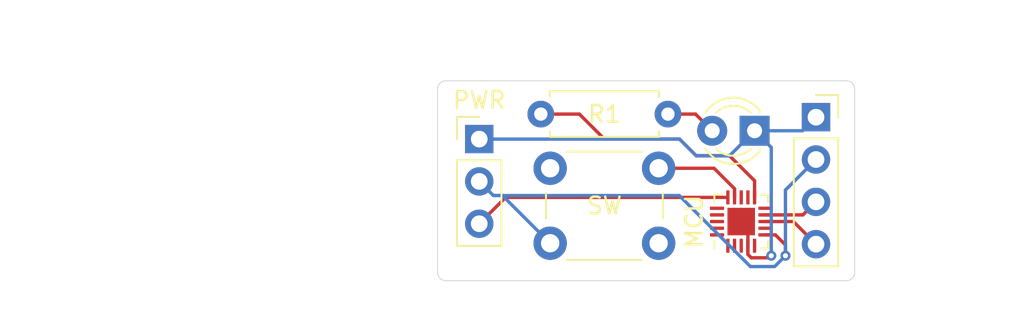
<source format=kicad_pcb>
(kicad_pcb (version 20240108) (generator "pcbnew") (generator_version "8.0")
  (layers (0 "F.Cu" signal) (31 "B.Cu" signal) (34 "B.Paste" user) (35 "F.Paste" user) (36 "B.SilkS" user "B.Silkscreen") (37 "F.SilkS" user "F.Silkscreen") (38 "B.Mask" user) (39 "F.Mask" user) (44 "Edge.Cuts" user))
  (net 0 "")
  (net 1 "SCL")
  (net 2 "SDA")
  (net 3 "GND")
  (net 4 "VCC")
  (net 5 "DBG")
  (footprint "Package_DFN_QFN:QFN-20-1EP_3x3mm_P0.4mm_EP1.65x1.65mm" (layer "F.Cu") (at 118.2 97.45 90)
    (property "Reference" "MCU" (at 0 -2.82 90) (layer "F.SilkS"))
    (property "Value" "CH32V003" (hide yes))
    (fp_line (start 1.61 -1.61) (end 1.61 -1.16) (stroke (width 0.12)) (layer "F.SilkS"))
    (fp_line (start 1.16 -1.61) (end 1.61 -1.61) (stroke (width 0.12)) (layer "F.SilkS"))
    (fp_line (start -1.16 -1.61) (end -1.61 -1.61) (stroke (width 0.12)) (layer "F.SilkS"))
    (fp_line (start 1.61 1.61) (end 1.61 1.16) (stroke (width 0.12)) (layer "F.SilkS"))
    (fp_line (start 1.16 1.61) (end 1.61 1.61) (stroke (width 0.12)) (layer "F.SilkS"))
    (fp_line (start -1.16 1.61) (end -1.61 1.61) (stroke (width 0.12)) (layer "F.SilkS"))
    (fp_line (start -1.61 1.61) (end -1.61 1.16) (stroke (width 0.12)) (layer "F.SilkS"))
    (pad "1" smd roundrect (at -1.45 -0.8 90) (size 0.85 0.2) (layers "F.Cu" "F.Paste" "F.Mask"))
    (pad "2" smd roundrect (at -1.45 -0.4 90) (size 0.85 0.2) (layers "F.Cu" "F.Paste" "F.Mask"))
    (pad "3" smd roundrect (at -1.45 0 90) (size 0.85 0.2) (layers "F.Cu" "F.Paste" "F.Mask"))
    (pad "4" smd roundrect (at -1.45 0.4 90) (size 0.85 0.2) (layers "F.Cu" "F.Paste" "F.Mask") (net 3 "GND"))
    (pad "5" smd roundrect (at -1.45 0.8 90) (size 0.85 0.2) (layers "F.Cu" "F.Paste" "F.Mask"))
    (pad "6" smd roundrect (at -0.8 1.45 90) (size 0.2 0.85) (layers "F.Cu" "F.Paste" "F.Mask") (net 4 "VCC"))
    (pad "7" smd roundrect (at -0.4 1.45 90) (size 0.2 0.85) (layers "F.Cu" "F.Paste" "F.Mask"))
    (pad "8" smd roundrect (at 0 1.45 90) (size 0.2 0.85) (layers "F.Cu" "F.Paste" "F.Mask") (net 2 "SDA"))
    (pad "9" smd roundrect (at 0.4 1.45 90) (size 0.2 0.85) (layers "F.Cu" "F.Paste" "F.Mask") (net 1 "SCL"))
    (pad "10" smd roundrect (at 0.8 1.45 90) (size 0.2 0.85) (layers "F.Cu" "F.Paste" "F.Mask"))
    (pad "11" smd roundrect (at 1.45 0.8 90) (size 0.85 0.2) (layers "F.Cu" "F.Paste" "F.Mask"))
    (pad "12" smd roundrect (at 1.45 0.4 90) (size 0.85 0.2) (layers "F.Cu" "F.Paste" "F.Mask"))
    (pad "13" smd roundrect (at 1.45 0 90) (size 0.85 0.2) (layers "F.Cu" "F.Paste" "F.Mask"))
    (pad "14" smd roundrect (at 1.45 -0.4 90) (size 0.85 0.2) (layers "F.Cu" "F.Paste" "F.Mask"))
    (pad "15" smd roundrect (at 1.45 -0.8 90) (size 0.85 0.2) (layers "F.Cu" "F.Paste" "F.Mask") (net 5 "DBG"))
    (pad "16" smd roundrect (at 0.8 -1.45 90) (size 0.2 0.85) (layers "F.Cu" "F.Paste" "F.Mask"))
    (pad "17" smd roundrect (at 0.4 -1.45 90) (size 0.2 0.85) (layers "F.Cu" "F.Paste" "F.Mask"))
    (pad "18" smd roundrect (at 0 -1.45 90) (size 0.2 0.85) (layers "F.Cu" "F.Paste" "F.Mask"))
    (pad "19" smd roundrect (at -0.4 -1.45 90) (size 0.2 0.85) (layers "F.Cu" "F.Paste" "F.Mask"))
    (pad "20" smd roundrect (at -0.8 -1.45 90) (size 0.2 0.85) (layers "F.Cu" "F.Paste" "F.Mask"))
    (pad "21" smd rect (at 0 0 90) (size 1.65 1.65) (layers "F.Cu" "F.Mask") (net 3 "GND"))
  )
  (footprint "Button_Switch_THT:SW_PUSH_6mm" (layer "F.Cu") (at 106.75 94.25)
    (property "Reference" "SW" (at 3.25 2.25 0) (layer "F.SilkS"))
    (property "Value" "SW_PUSH_6mm")
    (fp_line (start -0.25 1.5) (end -0.25 3) (stroke (width 0.12)) (layer "F.SilkS"))
    (fp_line (start 1 5.5) (end 5.5 5.5) (stroke (width 0.12)) (layer "F.SilkS"))
    (fp_line (start 5.5 -1) (end 1 -1) (stroke (width 0.12)) (layer "F.SilkS"))
    (fp_line (start 6.75 3) (end 6.75 1.5) (stroke (width 0.12)) (layer "F.SilkS"))
    (pad "1" thru_hole circle (at 0 0 90) (size 2 2) (drill 1.1) (layers "*.Cu" "*.Mask"))
    (pad "1" thru_hole circle (at 6.5 0 90) (size 2 2) (drill 1.1) (layers "*.Cu" "*.Mask"))
    (pad "2" thru_hole circle (at 0 4.5 90) (size 2 2) (drill 1.1) (layers "*.Cu" "*.Mask") (net 4 "VCC"))
    (pad "2" thru_hole circle (at 6.5 4.5 90) (size 2 2) (drill 1.1) (layers "*.Cu" "*.Mask"))
  )
  (footprint "Connector_PinSocket_2.54mm:PinSocket_1x04_P2.54mm_Vertical" (layer "F.Cu") (at 122.682 91.186)
    (property "Reference" "OLED" (hide yes))
    (property "Value" "display" (hide yes))
    (fp_line (start -1.33 1.27) (end -1.33 8.95) (stroke (width 0.12)) (layer "F.SilkS"))
    (fp_line (start -1.33 1.27) (end 1.33 1.27) (stroke (width 0.12)) (layer "F.SilkS"))
    (fp_line (start -1.33 8.95) (end 1.33 8.95) (stroke (width 0.12)) (layer "F.SilkS"))
    (fp_line (start 0 -1.33) (end 1.33 -1.33) (stroke (width 0.12)) (layer "F.SilkS"))
    (fp_line (start 1.33 -1.33) (end 1.33 0) (stroke (width 0.12)) (layer "F.SilkS"))
    (fp_line (start 1.33 1.27) (end 1.33 8.95) (stroke (width 0.12)) (layer "F.SilkS"))
    (pad "1" thru_hole rect (at 0 0) (size 1.7 1.7) (drill 1) (layers "*.Cu" "*.Mask") (net 3 "GND"))
    (pad "2" thru_hole oval (at 0 2.54) (size 1.7 1.7) (drill 1) (layers "*.Cu" "*.Mask") (net 4 "VCC"))
    (pad "3" thru_hole oval (at 0 5.08) (size 1.7 1.7) (drill 1) (layers "*.Cu" "*.Mask") (net 1 "SCL"))
    (pad "4" thru_hole oval (at 0 7.62) (size 1.7 1.7) (drill 1) (layers "*.Cu" "*.Mask") (net 2 "SDA"))
  )
  (footprint "Resistor_THT:R_Axial_DIN0207_L6.3mm_D2.5mm_P7.62mm_Horizontal" (layer "F.Cu") (at 113.81 91 180)
    (property "Reference" "R1" (at 3.81 0 0) (layer "F.SilkS"))
    (property "Value" "R_Axial_DIN0207_L6.3mm_D2.5mm_P7.62mm_Horizontal")
    (fp_line (start 7.08 1.37) (end 7.08 1.04) (stroke (width 0.12)) (layer "F.SilkS"))
    (fp_line (start 7.08 -1.37) (end 7.08 -1.04) (stroke (width 0.12)) (layer "F.SilkS"))
    (fp_line (start 0.54 1.37) (end 7.08 1.37) (stroke (width 0.12)) (layer "F.SilkS"))
    (fp_line (start 0.54 1.04) (end 0.54 1.37) (stroke (width 0.12)) (layer "F.SilkS"))
    (fp_line (start 0.54 -1.04) (end 0.54 -1.37) (stroke (width 0.12)) (layer "F.SilkS"))
    (fp_line (start 0.54 -1.37) (end 7.08 -1.37) (stroke (width 0.12)) (layer "F.SilkS"))
    (pad "1" thru_hole circle (at 0 0 180) (size 1.6 1.6) (drill 0.8) (layers "*.Cu" "*.Mask"))
    (pad "2" thru_hole oval (at 7.62 0 180) (size 1.6 1.6) (drill 0.8) (layers "*.Cu" "*.Mask"))
  )
  (footprint "LED_THT:LED_D3.0mm" (layer "F.Cu") (at 119 92 180)
    (property "Reference" "LED1")
    (property "Value" "LED_D3.0mm")
    (fp_line (start -0.29 1.08) (end -0.29 1.236) (stroke (width 0.12)) (layer "F.SilkS"))
    (fp_line (start -0.29 -1.236) (end -0.29 -1.08) (stroke (width 0.12)) (layer "F.SilkS"))
    (fp_arc (start 2.942335 1.078608) (mid 1.366487 1.987659) (end -0.29 1.235516) (stroke (width 0.12)) (layer "F.SilkS"))
    (fp_arc (start 2.31113 1.079837) (mid 1.270117 1.5) (end 0.229039 1.08) (stroke (width 0.12)) (layer "F.SilkS"))
    (fp_arc (start 0.229039 -1.08) (mid 1.270117 -1.5) (end 2.31113 -1.079837) (stroke (width 0.12)) (layer "F.SilkS"))
    (fp_arc (start -0.29 -1.235516) (mid 1.366487 -1.987659) (end 2.942335 -1.078608) (stroke (width 0.12)) (layer "F.SilkS"))
    (pad "1" thru_hole rect (at 0 0 180) (size 1.8 1.8) (drill 0.9) (layers "*.Cu" "*.Mask") (net 3 "GND"))
    (pad "2" thru_hole circle (at 2.54 0 180) (size 1.8 1.8) (drill 0.9) (layers "*.Cu" "*.Mask"))
  )
  (footprint "Connector_PinHeader_2.54mm:PinHeader_1x03_P2.54mm_Vertical" (layer "F.Cu") (at 102.5 92.5)
    (property "Reference" "PWR" (at 0 -2.33 0) (layer "F.SilkS"))
    (property "Value" "PinHeader_1x03_P2.54mm_Vertical")
    (fp_line (start -1.33 -1.33) (end 0 -1.33) (stroke (width 0.12)) (layer "F.SilkS"))
    (fp_line (start -1.33 0) (end -1.33 -1.33) (stroke (width 0.12)) (layer "F.SilkS"))
    (fp_line (start -1.33 1.27) (end -1.33 6.41) (stroke (width 0.12)) (layer "F.SilkS"))
    (fp_line (start -1.33 1.27) (end 1.33 1.27) (stroke (width 0.12)) (layer "F.SilkS"))
    (fp_line (start -1.33 6.41) (end 1.33 6.41) (stroke (width 0.12)) (layer "F.SilkS"))
    (fp_line (start 1.33 1.27) (end 1.33 6.41) (stroke (width 0.12)) (layer "F.SilkS"))
    (pad "1" thru_hole rect (at 0 0) (size 1.7 1.7) (drill 1) (layers "*.Cu" "*.Mask") (net 3 "GND"))
    (pad "2" thru_hole oval (at 0 2.54) (size 1.7 1.7) (drill 1) (layers "*.Cu" "*.Mask") (net 4 "VCC"))
    (pad "3" thru_hole oval (at 0 5.08) (size 1.7 1.7) (drill 1) (layers "*.Cu" "*.Mask") (net 5 "DBG"))
  )
  (gr_line (start 124.5 101) (end 100.5 101) (stroke (width 0.05)) (layer "Edge.Cuts"))
  (gr_line (start 100 100.5) (end 100 89.5) (stroke (width 0.05)) (layer "Edge.Cuts"))
  (gr_arc (start 100 89.5) (mid 100.146447 89.146447) (end 100.5 89) (stroke (width 0.05)) (layer "Edge.Cuts"))
  (gr_arc (start 100.5 101) (mid 100.146447 100.853553) (end 100 100.5) (stroke (width 0.05)) (layer "Edge.Cuts"))
  (gr_line (start 100.5 89) (end 124.5 89) (stroke (width 0.05)) (layer "Edge.Cuts"))
  (gr_arc (start 125 100.5) (mid 124.853553 100.853553) (end 124.5 101) (stroke (width 0.05)) (layer "Edge.Cuts"))
  (gr_arc (start 124.5 89) (mid 124.853553 89.146447) (end 125 89.5) (stroke (width 0.05)) (layer "Edge.Cuts"))
  (gr_line (start 125 89.5) (end 125 100.5) (stroke (width 0.05)) (layer "Edge.Cuts"))
  (segment (start 117.5 93.5) (end 119 95) (width 0.2) (layer "F.Cu") (net 0))
  (segment (start 113.81 91) (end 115.46 91) (width 0.2) (layer "F.Cu") (net 0))
  (segment (start 110 92.5) (end 114.5 92.5) (width 0.2) (layer "F.Cu") (net 0))
  (segment (start 106.19 91) (end 108.5 91) (width 0.2) (layer "F.Cu") (net 0))
  (segment (start 114.5 92.5) (end 115.5 93.5) (width 0.2) (layer "F.Cu") (net 0))
  (segment (start 115.46 91) (end 116.46 92) (width 0.2) (layer "F.Cu") (net 0))
  (segment (start 115.5 93.5) (end 117.5 93.5) (width 0.2) (layer "F.Cu") (net 0))
  (segment (start 113.25 94.25) (end 116.57136 94.25) (width 0.2) (layer "F.Cu") (net 0))
  (segment (start 116.57136 94.25) (end 117.8 95.47864) (width 0.2) (layer "F.Cu") (net 0))
  (segment (start 108.5 91) (end 110 92.5) (width 0.2) (layer "F.Cu") (net 0))
  (segment (start 119 95) (end 119 96) (width 0.2) (layer "F.Cu") (net 0))
  (segment (start 117.8 95.47864) (end 117.8 96) (width 0.2) (layer "F.Cu") (net 0))
  (segment (start 121.898 97.05) (end 122.682 96.266) (width 0.2) (layer "F.Cu") (net 1))
  (segment (start 119.65 97.05) (end 121.898 97.05) (width 0.2) (layer "F.Cu") (net 1))
  (segment (start 119.65 97.45) (end 121.326 97.45) (width 0.2) (layer "F.Cu") (net 2))
  (segment (start 121.326 97.45) (end 122.682 98.806) (width 0.2) (layer "F.Cu") (net 2))
  (segment (start 122.682 91.186) (end 122.814 91.186) (width 0.2) (layer "F.Cu") (net 3))
  (segment (start 118.6 99.42136) (end 118.80364 99.625) (width 0.2) (layer "F.Cu") (net 3))
  (segment (start 118.6 98.9) (end 118.6 97.85) (width 0.2) (layer "F.Cu") (net 3))
  (segment (start 118.6 97.85) (end 118.2 97.45) (width 0.2) (layer "F.Cu") (net 3))
  (segment (start 118.80364 99.625) (end 119.875004 99.625) (width 0.2) (layer "F.Cu") (net 3))
  (segment (start 119.875004 99.625) (end 120.000004 99.5) (width 0.2) (layer "F.Cu") (net 3))
  (segment (start 122.814 91.186) (end 123 91) (width 0.2) (layer "F.Cu") (net 3))
  (segment (start 118.6 98.9) (end 118.6 99.42136) (width 0.2) (layer "F.Cu") (net 3))
  (via (at 120.000004 99.5) (size 0.6) (drill 0.3) (layers "F.Cu" "B.Cu") (net 3))
  (segment (start 120.000004 93.867996) (end 120.000004 99.5) (width 0.2) (layer "B.Cu") (net 3))
  (segment (start 120.000004 93.000004) (end 119 92) (width 0.2) (layer "B.Cu") (net 3))
  (segment (start 120.000004 93.867996) (end 120.000004 93.000004) (width 0.2) (layer "B.Cu") (net 3))
  (segment (start 102.5 92.5) (end 114.5 92.5) (width 0.2) (layer "B.Cu") (net 3))
  (segment (start 121.868 92) (end 122.682 91.186) (width 0.2) (layer "B.Cu") (net 3))
  (segment (start 115.5 93.5) (end 117.5 93.5) (width 0.2) (layer "B.Cu") (net 3))
  (segment (start 114.5 92.5) (end 115.5 93.5) (width 0.2) (layer "B.Cu") (net 3))
  (segment (start 117.5 93.5) (end 119 92) (width 0.2) (layer "B.Cu") (net 3))
  (segment (start 119 92) (end 121.868 92) (width 0.2) (layer "B.Cu") (net 3))
  (segment (start 119.65 98.25) (end 120.25 98.25) (width 0.2) (layer "F.Cu") (net 4))
  (segment (start 120.850003 98.850003) (end 120.850003 99.5) (width 0.2) (layer "F.Cu") (net 4))
  (segment (start 120.25 98.25) (end 120.850003 98.850003) (width 0.2) (layer "F.Cu") (net 4))
  (via (at 120.850003 99.5) (size 0.6) (drill 0.3) (layers "F.Cu" "B.Cu") (net 4))
  (segment (start 114.49 95.89) (end 118.75 100.15) (width 0.2) (layer "B.Cu") (net 4))
  (segment (start 118.75 100.15) (end 120.200003 100.15) (width 0.2) (layer "B.Cu") (net 4))
  (segment (start 103.35 95.89) (end 103.89 95.89) (width 0.2) (layer "B.Cu") (net 4))
  (segment (start 103.35 95.89) (end 114.49 95.89) (width 0.2) (layer "B.Cu") (net 4))
  (segment (start 122.682 93.726) (end 120.850003 95.557997) (width 0.2) (layer "B.Cu") (net 4))
  (segment (start 120.850003 95.557997) (end 120.850003 99.5) (width 0.2) (layer "B.Cu") (net 4))
  (segment (start 120.200003 100.15) (end 120.850003 99.5) (width 0.2) (layer "B.Cu") (net 4))
  (segment (start 103.89 95.89) (end 106.75 98.75) (width 0.2) (layer "B.Cu") (net 4))
  (segment (start 102.5 95.04) (end 103.35 95.89) (width 0.2) (layer "B.Cu") (net 4))
  (segment (start 122.682 93.726) (end 122.682 93.719943) (width 0.2) (layer "B.Cu") (net 4))
  (segment (start 104.08 96) (end 102.5 97.58) (width 0.2) (layer "F.Cu") (net 5))
  (segment (start 117.4 96) (end 104.08 96) (width 0.2) (layer "F.Cu") (net 5))
)
</source>
